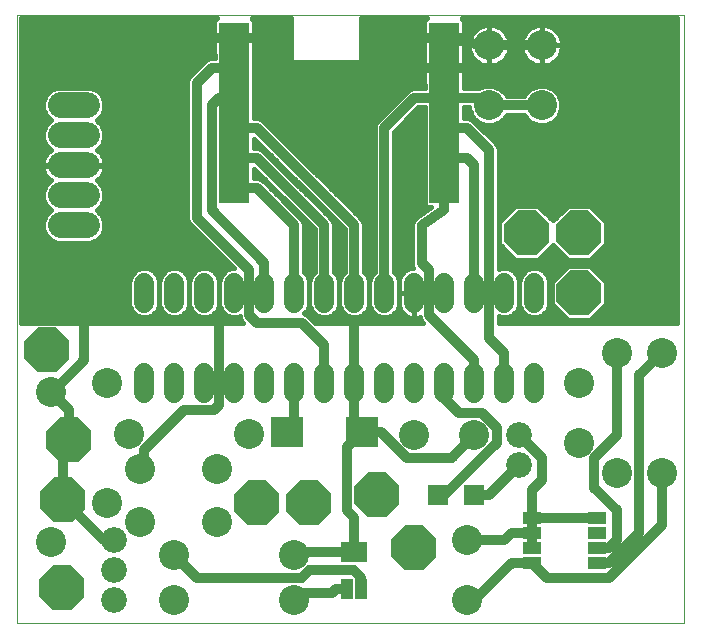
<source format=gbl>
G75*
G71*
%OFA0B0*%
%FSLAX33Y33*%
%IPPOS*%
%LPD*%
%AMOC8*
5,1,8,0,0,1.08239X$1,22.5*
%
%ADD10C, 0.000*%
%ADD11C, 2.540*%
%ADD12R, 2.794X 2.500*%
%ADD13C, 2.184*%
%ADD14R, 1.778X 1.778*%
%ADD15C, 1.676*%
%ADD16C, 2.184*%
%ADD17R, 2.515X 2.515*%
%ADD18R, 1.016X 1.778*%
%ADD19R, 2.286X 1.778*%
%ADD20R, 1.500X 1.016*%
%ADD21OC8, 3.810*%
%ADD22C, 0.406*%
%ADD23C, 0.813*%
D10*
X002540Y002540D02*
X059055Y002540D01*
X059055Y053975D01*
X002540Y053975D01*
X002540Y002540D01*
D11*
X005461Y009398D03*
X010160Y012700D03*
X013005Y011074D03*
X015875Y008255D03*
X015875Y004445D03*
X019507Y011074D03*
X019507Y015596D03*
X022225Y018542D03*
X013005Y015596D03*
X012065Y018542D03*
X010160Y022860D03*
X005461Y022098D03*
X026035Y008255D03*
X026035Y004445D03*
X036195Y018415D03*
X041275Y018415D03*
X040640Y009525D03*
X040640Y004445D03*
X050165Y017780D03*
X053340Y015240D03*
X057150Y015240D03*
X050165Y022860D03*
X053340Y025400D03*
X057150Y025400D03*
X046990Y046355D03*
X042545Y046355D03*
X042545Y051435D03*
X046990Y051435D03*
D12*
X031735Y018669D03*
X025415Y018669D03*
D13*
X008458Y036195D02*
X006274Y036195D01*
X006274Y038735D02*
X008458Y038735D01*
X008458Y041275D02*
X006274Y041275D01*
X006274Y043815D02*
X008458Y043815D01*
X008458Y046355D02*
X006274Y046355D01*
D14*
X038251Y013335D03*
X041251Y013335D03*
D15*
X041275Y022022D02*
X041275Y023698D01*
X038735Y023698D02*
X038735Y022022D01*
X036195Y022022D02*
X036195Y023698D01*
X033655Y023698D02*
X033655Y022022D01*
X031115Y022022D02*
X031115Y023698D01*
X028575Y023698D02*
X028575Y022022D01*
X026035Y022022D02*
X026035Y023698D01*
X023495Y023698D02*
X023495Y022022D01*
X020955Y022022D02*
X020955Y023698D01*
X018415Y023698D02*
X018415Y022022D01*
X015875Y022022D02*
X015875Y023698D01*
X013335Y023698D02*
X013335Y022022D01*
X013335Y029642D02*
X013335Y031318D01*
X015875Y031318D02*
X015875Y029642D01*
X018415Y029642D02*
X018415Y031318D01*
X020955Y031318D02*
X020955Y029642D01*
X023495Y029642D02*
X023495Y031318D01*
X026035Y031318D02*
X026035Y029642D01*
X028575Y029642D02*
X028575Y031318D01*
X031115Y031318D02*
X031115Y029642D01*
X033655Y029642D02*
X033655Y031318D01*
X036195Y031318D02*
X036195Y029642D01*
X038735Y029642D02*
X038735Y031318D01*
X041275Y031318D02*
X041275Y029642D01*
X043815Y029642D02*
X043815Y031318D01*
X046355Y031318D02*
X046355Y029642D01*
X046355Y023698D02*
X046355Y022022D01*
X043815Y022022D02*
X043815Y023698D01*
D16*
X045085Y018415D03*
X045085Y015875D03*
X010795Y009525D03*
X010795Y006985D03*
X010795Y004445D03*
D17*
X020955Y039370D03*
X020955Y041910D03*
X020955Y044450D03*
X020955Y046990D03*
X020955Y049530D03*
X020955Y052070D03*
X038735Y052070D03*
X038735Y049530D03*
X038735Y046990D03*
X038735Y044450D03*
X038735Y041910D03*
X038735Y039370D03*
D18*
X031725Y005436D03*
X030480Y005436D03*
D19*
X031115Y008534D03*
D20*
X046145Y008890D03*
X046145Y010160D03*
X046145Y011430D03*
X046145Y007620D03*
X051645Y007620D03*
X051645Y008890D03*
X051645Y010160D03*
X051645Y011430D03*
D21*
X036195Y008890D03*
X033020Y013335D03*
X027305Y012700D03*
X022860Y012700D03*
X006477Y012954D03*
X006985Y018034D03*
X005080Y025654D03*
X006350Y005461D03*
X045720Y035560D03*
X050165Y035560D03*
X050165Y030480D03*
D22*
X051927Y031987D02*
X058420Y031987D01*
X058420Y031582D02*
X052332Y031582D01*
X052476Y031437D02*
X051122Y032791D01*
X049208Y032791D01*
X047854Y031437D01*
X047854Y029523D01*
X049208Y028169D01*
X051122Y028169D01*
X052476Y029523D01*
X052476Y031437D01*
X052476Y031177D02*
X058420Y031177D01*
X058420Y030772D02*
X052476Y030772D01*
X052476Y030367D02*
X058420Y030367D01*
X058420Y029963D02*
X052476Y029963D01*
X052476Y029558D02*
X058420Y029558D01*
X058420Y029153D02*
X052107Y029153D01*
X051702Y028748D02*
X058420Y028748D01*
X058420Y028343D02*
X051297Y028343D01*
X049033Y028343D02*
X043358Y028343D01*
X043358Y028484D02*
X043358Y027940D01*
X058420Y027940D01*
X058420Y053721D01*
X040225Y053721D01*
X040273Y053693D01*
X040358Y053608D01*
X040418Y053504D01*
X040449Y053387D01*
X040449Y052273D01*
X038938Y052273D01*
X038938Y051867D01*
X038938Y051244D01*
X038938Y049733D01*
X038532Y049733D01*
X038532Y051867D01*
X038938Y051867D01*
X040449Y051867D01*
X040449Y049733D01*
X038938Y049733D01*
X038938Y049327D01*
X040449Y049327D01*
X040449Y048213D01*
X040418Y048096D01*
X040399Y048062D01*
X040399Y047803D01*
X041660Y047803D01*
X042212Y048031D01*
X042878Y048031D01*
X043495Y047776D01*
X043966Y047305D01*
X044023Y047168D01*
X045512Y047168D01*
X045569Y047305D01*
X046040Y047776D01*
X046657Y048031D01*
X047323Y048031D01*
X047940Y047776D01*
X048411Y047305D01*
X048666Y046688D01*
X048666Y046022D01*
X048411Y045405D01*
X047940Y044934D01*
X047323Y044679D01*
X046657Y044679D01*
X046040Y044934D01*
X045569Y045405D01*
X045512Y045542D01*
X044023Y045542D01*
X043966Y045405D01*
X043495Y044934D01*
X042878Y044679D01*
X042212Y044679D01*
X041595Y044934D01*
X041124Y045405D01*
X040869Y046022D01*
X040869Y046177D01*
X040399Y046177D01*
X040399Y045263D01*
X040802Y045263D01*
X041100Y045139D01*
X043005Y043234D01*
X043005Y043234D01*
X043234Y043005D01*
X043358Y042707D01*
X043358Y032476D01*
X043567Y032563D01*
X044063Y032563D01*
X044520Y032373D01*
X044870Y032023D01*
X045060Y031566D01*
X045060Y029394D01*
X044870Y028937D01*
X044520Y028587D01*
X044063Y028397D01*
X043567Y028397D01*
X043358Y028484D01*
X044681Y028748D02*
X045489Y028748D01*
X045650Y028587D02*
X045300Y028937D01*
X045110Y029394D01*
X045110Y031566D01*
X045300Y032023D01*
X045650Y032373D01*
X046107Y032563D01*
X046603Y032563D01*
X047060Y032373D01*
X047410Y032023D01*
X047600Y031566D01*
X047600Y029394D01*
X047410Y028937D01*
X047060Y028587D01*
X046603Y028397D01*
X046107Y028397D01*
X045650Y028587D01*
X045210Y029153D02*
X044960Y029153D01*
X045060Y029558D02*
X045110Y029558D01*
X045110Y029963D02*
X045060Y029963D01*
X045060Y030367D02*
X045110Y030367D01*
X045110Y030772D02*
X045060Y030772D01*
X045060Y031177D02*
X045110Y031177D01*
X045117Y031582D02*
X045053Y031582D01*
X044885Y031987D02*
X045285Y031987D01*
X045695Y032392D02*
X044475Y032392D01*
X044763Y033249D02*
X046677Y033249D01*
X047942Y034514D01*
X049208Y033249D01*
X051122Y033249D01*
X052476Y034603D01*
X052476Y036517D01*
X051122Y037871D01*
X049208Y037871D01*
X047942Y036606D01*
X046677Y037871D01*
X044763Y037871D01*
X043409Y036517D01*
X043409Y034603D01*
X044763Y033249D01*
X044404Y033607D02*
X043358Y033607D01*
X043358Y034012D02*
X044000Y034012D01*
X043595Y034417D02*
X043358Y034417D01*
X043358Y034821D02*
X043409Y034821D01*
X043409Y035226D02*
X043358Y035226D01*
X043358Y035631D02*
X043409Y035631D01*
X043409Y036036D02*
X043358Y036036D01*
X043358Y036441D02*
X043409Y036441D01*
X043358Y036846D02*
X043737Y036846D01*
X043358Y037251D02*
X044142Y037251D01*
X044547Y037656D02*
X043358Y037656D01*
X043358Y038061D02*
X058420Y038061D01*
X058420Y038466D02*
X043358Y038466D01*
X043358Y038870D02*
X058420Y038870D01*
X058420Y039275D02*
X043358Y039275D01*
X043358Y039680D02*
X058420Y039680D01*
X058420Y040085D02*
X043358Y040085D01*
X043358Y040490D02*
X058420Y040490D01*
X058420Y040895D02*
X043358Y040895D01*
X043358Y041300D02*
X058420Y041300D01*
X058420Y041705D02*
X043358Y041705D01*
X043358Y042110D02*
X058420Y042110D01*
X058420Y042515D02*
X043358Y042515D01*
X043270Y042919D02*
X058420Y042919D01*
X058420Y043324D02*
X042915Y043324D01*
X042510Y043729D02*
X058420Y043729D01*
X058420Y044134D02*
X042105Y044134D01*
X041700Y044539D02*
X058420Y044539D01*
X058420Y044944D02*
X047950Y044944D01*
X048355Y045349D02*
X058420Y045349D01*
X058420Y045754D02*
X048555Y045754D01*
X048666Y046159D02*
X058420Y046159D01*
X058420Y046563D02*
X048666Y046563D01*
X048550Y046968D02*
X058420Y046968D01*
X058420Y047373D02*
X048342Y047373D01*
X047935Y047778D02*
X058420Y047778D01*
X058420Y048183D02*
X040442Y048183D01*
X040449Y048588D02*
X058420Y048588D01*
X058420Y048993D02*
X040449Y048993D01*
X040449Y049803D02*
X041972Y049803D01*
X041989Y049796D02*
X042207Y049737D01*
X042432Y049708D01*
X042545Y049708D01*
X042658Y049708D01*
X042883Y049737D01*
X043101Y049796D01*
X043311Y049883D01*
X043507Y049996D01*
X043686Y050134D01*
X043846Y050294D01*
X043984Y050473D01*
X044097Y050669D01*
X044184Y050879D01*
X044243Y051097D01*
X044272Y051322D01*
X044272Y051435D01*
X044272Y051548D01*
X044243Y051773D01*
X044184Y051991D01*
X044097Y052201D01*
X043984Y052397D01*
X043846Y052576D01*
X043686Y052736D01*
X043507Y052874D01*
X043311Y052987D01*
X043101Y053074D01*
X042883Y053133D01*
X042658Y053162D01*
X042545Y053162D01*
X042432Y053162D01*
X042207Y053133D01*
X041989Y053074D01*
X041779Y052987D01*
X041583Y052874D01*
X041404Y052736D01*
X041244Y052576D01*
X041106Y052397D01*
X040993Y052201D01*
X040906Y051991D01*
X040847Y051773D01*
X040818Y051548D01*
X040818Y051435D01*
X040818Y051322D01*
X040847Y051097D01*
X040906Y050879D01*
X040993Y050669D01*
X041106Y050473D01*
X041244Y050294D01*
X041404Y050134D01*
X041583Y049996D01*
X041779Y049883D01*
X041989Y049796D01*
X042545Y049803D02*
X042545Y049803D01*
X042545Y049708D02*
X042545Y051435D01*
X042545Y051435D01*
X042545Y053162D01*
X042545Y051435D01*
X044272Y051435D01*
X042545Y051435D01*
X042545Y051435D01*
X042545Y051435D01*
X040818Y051435D01*
X042545Y051435D01*
X042545Y051435D01*
X042545Y049708D01*
X042545Y050208D02*
X042545Y050208D01*
X042545Y050612D02*
X042545Y050612D01*
X042545Y051017D02*
X042545Y051017D01*
X042545Y051422D02*
X042545Y051422D01*
X042545Y051827D02*
X042545Y051827D01*
X042545Y052232D02*
X042545Y052232D01*
X042545Y052637D02*
X042545Y052637D01*
X042545Y053042D02*
X042545Y053042D01*
X041911Y053042D02*
X040449Y053042D01*
X040449Y052637D02*
X041304Y052637D01*
X041011Y052232D02*
X038938Y052232D01*
X038938Y051827D02*
X038532Y051827D01*
X038532Y051867D02*
X037021Y051867D01*
X037021Y049733D01*
X038532Y049733D01*
X038532Y049327D01*
X037021Y049327D01*
X037021Y048213D01*
X037052Y048096D01*
X037071Y048062D01*
X037071Y047803D01*
X036033Y047803D01*
X035735Y047679D01*
X033195Y045139D01*
X032966Y044910D01*
X032842Y044612D01*
X032842Y032266D01*
X032600Y032023D01*
X032410Y031566D01*
X032410Y029394D01*
X032600Y028937D01*
X032950Y028587D01*
X033407Y028397D01*
X033903Y028397D01*
X034360Y028587D01*
X034710Y028937D01*
X034900Y029394D01*
X034900Y031566D01*
X034710Y032023D01*
X034468Y032266D01*
X034468Y044113D01*
X036532Y046177D01*
X037071Y046177D01*
X037071Y037944D01*
X037309Y037706D01*
X037632Y037706D01*
X036445Y036915D01*
X036370Y036884D01*
X036312Y036827D01*
X036245Y036782D01*
X036199Y036713D01*
X036141Y036655D01*
X036110Y036580D01*
X036065Y036513D01*
X036049Y036432D01*
X036017Y036357D01*
X036017Y036275D01*
X036001Y036196D01*
X036017Y036115D01*
X036017Y032858D01*
X036119Y032614D01*
X036093Y032614D01*
X035892Y032582D01*
X035698Y032519D01*
X035516Y032426D01*
X035351Y032306D01*
X035207Y032162D01*
X035087Y031997D01*
X034995Y031815D01*
X034931Y031622D01*
X034900Y031420D01*
X034900Y030480D01*
X034900Y029540D01*
X034931Y029338D01*
X034995Y029145D01*
X035087Y028963D01*
X035207Y028798D01*
X035351Y028654D01*
X035516Y028534D01*
X035698Y028441D01*
X035892Y028378D01*
X036093Y028346D01*
X036195Y028346D01*
X036195Y030480D01*
X036195Y028346D01*
X036297Y028346D01*
X036498Y028378D01*
X036652Y028428D01*
X036652Y028413D01*
X036776Y028115D01*
X036951Y027940D01*
X027819Y027940D01*
X027130Y028629D01*
X026884Y028731D01*
X027090Y028937D01*
X027280Y029394D01*
X027280Y031566D01*
X027090Y032023D01*
X026848Y032266D01*
X026848Y036357D01*
X026724Y036655D01*
X023549Y039830D01*
X023320Y040059D01*
X023022Y040183D01*
X022619Y040183D01*
X022619Y041002D01*
X027762Y035858D01*
X027762Y032266D01*
X027520Y032023D01*
X027330Y031566D01*
X027330Y029394D01*
X027520Y028937D01*
X027870Y028587D01*
X028327Y028397D01*
X028823Y028397D01*
X029280Y028587D01*
X029630Y028937D01*
X029820Y029394D01*
X029820Y031566D01*
X029630Y032023D01*
X029388Y032266D01*
X029388Y036357D01*
X029264Y036655D01*
X029035Y036884D01*
X023320Y042599D01*
X023022Y042723D01*
X022619Y042723D01*
X022619Y043542D01*
X030302Y035858D01*
X030302Y032266D01*
X030060Y032023D01*
X029870Y031566D01*
X029870Y029394D01*
X030060Y028937D01*
X030410Y028587D01*
X030867Y028397D01*
X031363Y028397D01*
X031820Y028587D01*
X032170Y028937D01*
X032360Y029394D01*
X032360Y031566D01*
X032170Y032023D01*
X031928Y032266D01*
X031928Y036357D01*
X031804Y036655D01*
X031575Y036884D01*
X023320Y045139D01*
X023022Y045263D01*
X022619Y045263D01*
X022619Y050602D01*
X022638Y050636D01*
X022669Y050753D01*
X022669Y051867D01*
X021158Y051867D01*
X021158Y052273D01*
X022669Y052273D01*
X022669Y053387D01*
X022638Y053504D01*
X022578Y053608D01*
X022493Y053693D01*
X022445Y053721D01*
X025743Y053721D01*
X025743Y050171D01*
X025914Y050000D01*
X031490Y050000D01*
X031661Y050171D01*
X031661Y053721D01*
X037245Y053721D01*
X037197Y053693D01*
X037112Y053608D01*
X037052Y053504D01*
X037021Y053387D01*
X037021Y052273D01*
X038532Y052273D01*
X038532Y051867D01*
X038532Y052232D02*
X031661Y052232D01*
X031661Y051827D02*
X037021Y051827D01*
X037021Y051422D02*
X031661Y051422D01*
X031661Y051017D02*
X037021Y051017D01*
X037021Y050612D02*
X031661Y050612D01*
X031661Y050208D02*
X037021Y050208D01*
X037021Y049803D02*
X022619Y049803D01*
X022619Y050208D02*
X025743Y050208D01*
X025743Y050612D02*
X022625Y050612D01*
X022669Y051017D02*
X025743Y051017D01*
X025743Y051422D02*
X022669Y051422D01*
X022669Y051827D02*
X025743Y051827D01*
X025743Y052232D02*
X021158Y052232D01*
X020752Y052232D02*
X002921Y052232D01*
X002921Y051827D02*
X019241Y051827D01*
X019241Y051867D02*
X019241Y050753D01*
X019272Y050636D01*
X019291Y050602D01*
X019291Y050343D01*
X018888Y050343D01*
X018590Y050219D01*
X017320Y048949D01*
X017091Y048720D01*
X016967Y048422D01*
X016967Y036668D01*
X017091Y036370D01*
X020898Y032563D01*
X020707Y032563D01*
X020250Y032373D01*
X019900Y032023D01*
X019710Y031566D01*
X019710Y029394D01*
X019900Y028937D01*
X020250Y028587D01*
X020707Y028397D01*
X021203Y028397D01*
X021412Y028484D01*
X021412Y028413D01*
X021536Y028115D01*
X021711Y027940D01*
X006063Y027940D01*
X006037Y027965D01*
X004123Y027965D01*
X004097Y027940D01*
X002921Y027940D01*
X002921Y053721D01*
X019465Y053721D01*
X019417Y053693D01*
X019332Y053608D01*
X019272Y053504D01*
X019241Y053387D01*
X019241Y052273D01*
X020752Y052273D01*
X020752Y051867D01*
X019241Y051867D01*
X019241Y051422D02*
X002921Y051422D01*
X002921Y051017D02*
X019241Y051017D01*
X019285Y050612D02*
X002921Y050612D01*
X002921Y050208D02*
X018578Y050208D01*
X018173Y049803D02*
X002921Y049803D01*
X002921Y049398D02*
X017768Y049398D01*
X017363Y048993D02*
X002921Y048993D01*
X002921Y048588D02*
X017036Y048588D01*
X016967Y048183D02*
X002921Y048183D01*
X002921Y047778D02*
X005794Y047778D01*
X005976Y047854D02*
X005425Y047625D01*
X005003Y047204D01*
X004775Y046653D01*
X004775Y046057D01*
X005003Y045506D01*
X005424Y045085D01*
X005003Y044664D01*
X004775Y044113D01*
X004775Y043517D01*
X005003Y042966D01*
X005408Y042561D01*
X005264Y042457D01*
X005092Y042284D01*
X004949Y042087D01*
X004838Y041870D01*
X004763Y041638D01*
X004724Y041397D01*
X004724Y041326D01*
X007315Y041326D01*
X007315Y041224D01*
X004724Y041224D01*
X004724Y041153D01*
X004763Y040912D01*
X004838Y040680D01*
X004949Y040463D01*
X005092Y040266D01*
X005264Y040093D01*
X005408Y039989D01*
X005003Y039584D01*
X004775Y039033D01*
X004775Y038437D01*
X005003Y037886D01*
X005424Y037465D01*
X005003Y037044D01*
X004775Y036493D01*
X004775Y035897D01*
X005003Y035346D01*
X005425Y034925D01*
X005976Y034696D01*
X008756Y034696D01*
X009307Y034925D01*
X009729Y035346D01*
X009957Y035897D01*
X009957Y036493D01*
X009729Y037044D01*
X009308Y037465D01*
X009729Y037886D01*
X009957Y038437D01*
X009957Y039033D01*
X009729Y039584D01*
X009324Y039989D01*
X009468Y040093D01*
X009640Y040266D01*
X009783Y040463D01*
X009894Y040680D01*
X009969Y040912D01*
X010008Y041153D01*
X010008Y041224D01*
X007417Y041224D01*
X007417Y041326D01*
X010008Y041326D01*
X010008Y041397D01*
X009969Y041638D01*
X009894Y041870D01*
X009783Y042087D01*
X009640Y042284D01*
X009468Y042457D01*
X009324Y042561D01*
X009729Y042966D01*
X009957Y043517D01*
X009957Y044113D01*
X009729Y044664D01*
X009308Y045085D01*
X009729Y045506D01*
X009957Y046057D01*
X009957Y046653D01*
X009729Y047204D01*
X009307Y047625D01*
X008756Y047854D01*
X005976Y047854D01*
X005173Y047373D02*
X002921Y047373D01*
X002921Y046968D02*
X004906Y046968D01*
X004775Y046563D02*
X002921Y046563D01*
X002921Y046159D02*
X004775Y046159D01*
X004901Y045754D02*
X002921Y045754D01*
X002921Y045349D02*
X005161Y045349D01*
X005283Y044944D02*
X002921Y044944D01*
X002921Y044539D02*
X004952Y044539D01*
X004784Y044134D02*
X002921Y044134D01*
X002921Y043729D02*
X004775Y043729D01*
X004855Y043324D02*
X002921Y043324D01*
X002921Y042919D02*
X005050Y042919D01*
X005344Y042515D02*
X002921Y042515D01*
X002921Y042110D02*
X004965Y042110D01*
X004784Y041705D02*
X002921Y041705D01*
X002921Y041300D02*
X007315Y041300D01*
X007417Y041300D02*
X016967Y041300D01*
X016967Y041705D02*
X009948Y041705D01*
X009767Y042110D02*
X016967Y042110D01*
X016967Y042515D02*
X009388Y042515D01*
X009682Y042919D02*
X016967Y042919D01*
X016967Y043324D02*
X009877Y043324D01*
X009957Y043729D02*
X016967Y043729D01*
X016967Y044134D02*
X009948Y044134D01*
X009780Y044539D02*
X016967Y044539D01*
X016967Y044944D02*
X009449Y044944D01*
X009571Y045349D02*
X016967Y045349D01*
X016967Y045754D02*
X009831Y045754D01*
X009957Y046159D02*
X016967Y046159D01*
X016967Y046563D02*
X009957Y046563D01*
X009826Y046968D02*
X016967Y046968D01*
X016967Y047373D02*
X009559Y047373D01*
X008938Y047778D02*
X016967Y047778D01*
X019241Y052637D02*
X002921Y052637D01*
X002921Y053042D02*
X019241Y053042D01*
X019256Y053447D02*
X002921Y053447D01*
X002921Y040895D02*
X004768Y040895D01*
X004935Y040490D02*
X002921Y040490D01*
X002921Y040085D02*
X005276Y040085D01*
X005100Y039680D02*
X002921Y039680D01*
X002921Y039275D02*
X004876Y039275D01*
X004775Y038870D02*
X002921Y038870D01*
X002921Y038466D02*
X004775Y038466D01*
X004931Y038061D02*
X002921Y038061D01*
X002921Y037656D02*
X005234Y037656D01*
X005210Y037251D02*
X002921Y037251D01*
X002921Y036846D02*
X004921Y036846D01*
X004775Y036441D02*
X002921Y036441D01*
X002921Y036036D02*
X004775Y036036D01*
X004885Y035631D02*
X002921Y035631D01*
X002921Y035226D02*
X005123Y035226D01*
X005674Y034821D02*
X002921Y034821D01*
X002921Y034417D02*
X019044Y034417D01*
X018639Y034821D02*
X009058Y034821D01*
X009609Y035226D02*
X018234Y035226D01*
X017829Y035631D02*
X009847Y035631D01*
X009957Y036036D02*
X017424Y036036D01*
X017061Y036441D02*
X009957Y036441D01*
X009811Y036846D02*
X016967Y036846D01*
X016967Y037251D02*
X009522Y037251D01*
X009498Y037656D02*
X016967Y037656D01*
X016967Y038061D02*
X009801Y038061D01*
X009957Y038466D02*
X016967Y038466D01*
X016967Y038870D02*
X009957Y038870D01*
X009856Y039275D02*
X016967Y039275D01*
X016967Y039680D02*
X009632Y039680D01*
X009456Y040085D02*
X016967Y040085D01*
X016967Y040490D02*
X009797Y040490D01*
X009964Y040895D02*
X016967Y040895D01*
X022619Y040895D02*
X022726Y040895D01*
X022619Y040490D02*
X023131Y040490D01*
X023258Y040085D02*
X023535Y040085D01*
X023699Y039680D02*
X023940Y039680D01*
X024104Y039275D02*
X024345Y039275D01*
X024509Y038870D02*
X024750Y038870D01*
X024914Y038466D02*
X025155Y038466D01*
X025319Y038061D02*
X025560Y038061D01*
X025724Y037656D02*
X025965Y037656D01*
X026129Y037251D02*
X026370Y037251D01*
X026534Y036846D02*
X026775Y036846D01*
X026813Y036441D02*
X027180Y036441D01*
X026848Y036036D02*
X027584Y036036D01*
X027762Y035631D02*
X026848Y035631D01*
X026848Y035226D02*
X027762Y035226D01*
X027762Y034821D02*
X026848Y034821D01*
X026848Y034417D02*
X027762Y034417D01*
X027762Y034012D02*
X026848Y034012D01*
X026848Y033607D02*
X027762Y033607D01*
X027762Y033202D02*
X026848Y033202D01*
X026848Y032797D02*
X027762Y032797D01*
X027762Y032392D02*
X026848Y032392D01*
X027105Y031987D02*
X027505Y031987D01*
X027337Y031582D02*
X027273Y031582D01*
X027280Y031177D02*
X027330Y031177D01*
X027330Y030772D02*
X027280Y030772D01*
X027280Y030367D02*
X027330Y030367D01*
X027330Y029963D02*
X027280Y029963D01*
X027280Y029558D02*
X027330Y029558D01*
X027430Y029153D02*
X027180Y029153D01*
X026901Y028748D02*
X027709Y028748D01*
X027416Y028343D02*
X036681Y028343D01*
X036195Y028748D02*
X036195Y028748D01*
X036195Y029153D02*
X036195Y029153D01*
X036195Y029558D02*
X036195Y029558D01*
X036195Y029963D02*
X036195Y029963D01*
X036195Y030367D02*
X036195Y030367D01*
X036195Y030480D02*
X036195Y030480D01*
X036195Y030480D01*
X034900Y030480D01*
X036195Y030480D01*
X034900Y030367D02*
X034900Y030367D01*
X034900Y029963D02*
X034900Y029963D01*
X034900Y029558D02*
X034900Y029558D01*
X034992Y029153D02*
X034800Y029153D01*
X034521Y028748D02*
X035257Y028748D01*
X034900Y030772D02*
X034900Y030772D01*
X034900Y031177D02*
X034900Y031177D01*
X034893Y031582D02*
X034925Y031582D01*
X035082Y031987D02*
X034725Y031987D01*
X034468Y032392D02*
X035469Y032392D01*
X036043Y032797D02*
X034468Y032797D01*
X034468Y033202D02*
X036017Y033202D01*
X036017Y033607D02*
X034468Y033607D01*
X034468Y034012D02*
X036017Y034012D01*
X036017Y034417D02*
X034468Y034417D01*
X034468Y034821D02*
X036017Y034821D01*
X036017Y035226D02*
X034468Y035226D01*
X034468Y035631D02*
X036017Y035631D01*
X036017Y036036D02*
X034468Y036036D01*
X034468Y036441D02*
X036050Y036441D01*
X036331Y036846D02*
X034468Y036846D01*
X034468Y037251D02*
X036948Y037251D01*
X037556Y037656D02*
X034468Y037656D01*
X034468Y038061D02*
X037071Y038061D01*
X037071Y038466D02*
X034468Y038466D01*
X034468Y038870D02*
X037071Y038870D01*
X037071Y039275D02*
X034468Y039275D01*
X034468Y039680D02*
X037071Y039680D01*
X037071Y040085D02*
X034468Y040085D01*
X034468Y040490D02*
X037071Y040490D01*
X037071Y040895D02*
X034468Y040895D01*
X034468Y041300D02*
X037071Y041300D01*
X037071Y041705D02*
X034468Y041705D01*
X034468Y042110D02*
X037071Y042110D01*
X037071Y042515D02*
X034468Y042515D01*
X034468Y042919D02*
X037071Y042919D01*
X037071Y043324D02*
X034468Y043324D01*
X034468Y043729D02*
X037071Y043729D01*
X037071Y044134D02*
X034489Y044134D01*
X034893Y044539D02*
X037071Y044539D01*
X037071Y044944D02*
X035298Y044944D01*
X035703Y045349D02*
X037071Y045349D01*
X037071Y045754D02*
X036108Y045754D01*
X036513Y046159D02*
X037071Y046159D01*
X035974Y047778D02*
X022619Y047778D01*
X022619Y047373D02*
X035429Y047373D01*
X035024Y046968D02*
X022619Y046968D01*
X022619Y046563D02*
X034619Y046563D01*
X034214Y046159D02*
X022619Y046159D01*
X022619Y045754D02*
X033809Y045754D01*
X033404Y045349D02*
X022619Y045349D01*
X023516Y044944D02*
X032999Y044944D01*
X032842Y044539D02*
X023920Y044539D01*
X024325Y044134D02*
X032842Y044134D01*
X032842Y043729D02*
X024730Y043729D01*
X025135Y043324D02*
X032842Y043324D01*
X032842Y042919D02*
X025540Y042919D01*
X025945Y042515D02*
X032842Y042515D01*
X032842Y042110D02*
X026350Y042110D01*
X026755Y041705D02*
X032842Y041705D01*
X032842Y041300D02*
X027160Y041300D01*
X027565Y040895D02*
X032842Y040895D01*
X032842Y040490D02*
X027969Y040490D01*
X028374Y040085D02*
X032842Y040085D01*
X032842Y039680D02*
X028779Y039680D01*
X029184Y039275D02*
X032842Y039275D01*
X032842Y038870D02*
X029589Y038870D01*
X029994Y038466D02*
X032842Y038466D01*
X032842Y038061D02*
X030399Y038061D01*
X030804Y037656D02*
X032842Y037656D01*
X032842Y037251D02*
X031209Y037251D01*
X031614Y036846D02*
X032842Y036846D01*
X032842Y036441D02*
X031893Y036441D01*
X031928Y036036D02*
X032842Y036036D01*
X032842Y035631D02*
X031928Y035631D01*
X031928Y035226D02*
X032842Y035226D01*
X032842Y034821D02*
X031928Y034821D01*
X031928Y034417D02*
X032842Y034417D01*
X032842Y034012D02*
X031928Y034012D01*
X031928Y033607D02*
X032842Y033607D01*
X032842Y033202D02*
X031928Y033202D01*
X031928Y032797D02*
X032842Y032797D01*
X032842Y032392D02*
X031928Y032392D01*
X032185Y031987D02*
X032585Y031987D01*
X032417Y031582D02*
X032353Y031582D01*
X032360Y031177D02*
X032410Y031177D01*
X032410Y030772D02*
X032360Y030772D01*
X032360Y030367D02*
X032410Y030367D01*
X032410Y029963D02*
X032360Y029963D01*
X032360Y029558D02*
X032410Y029558D01*
X032510Y029153D02*
X032260Y029153D01*
X031981Y028748D02*
X032789Y028748D01*
X030249Y028748D02*
X029441Y028748D01*
X029720Y029153D02*
X029970Y029153D01*
X029870Y029558D02*
X029820Y029558D01*
X029820Y029963D02*
X029870Y029963D01*
X029870Y030367D02*
X029820Y030367D01*
X029820Y030772D02*
X029870Y030772D01*
X029870Y031177D02*
X029820Y031177D01*
X029813Y031582D02*
X029877Y031582D01*
X030045Y031987D02*
X029645Y031987D01*
X029388Y032392D02*
X030302Y032392D01*
X030302Y032797D02*
X029388Y032797D01*
X029388Y033202D02*
X030302Y033202D01*
X030302Y033607D02*
X029388Y033607D01*
X029388Y034012D02*
X030302Y034012D01*
X030302Y034417D02*
X029388Y034417D01*
X029388Y034821D02*
X030302Y034821D01*
X030302Y035226D02*
X029388Y035226D01*
X029388Y035631D02*
X030302Y035631D01*
X030124Y036036D02*
X029388Y036036D01*
X029353Y036441D02*
X029720Y036441D01*
X029315Y036846D02*
X029074Y036846D01*
X028910Y037251D02*
X028669Y037251D01*
X028505Y037656D02*
X028264Y037656D01*
X028100Y038061D02*
X027859Y038061D01*
X027695Y038466D02*
X027454Y038466D01*
X027290Y038870D02*
X027049Y038870D01*
X026885Y039275D02*
X026644Y039275D01*
X026480Y039680D02*
X026239Y039680D01*
X026075Y040085D02*
X025834Y040085D01*
X025671Y040490D02*
X025429Y040490D01*
X025266Y040895D02*
X025025Y040895D01*
X024861Y041300D02*
X024620Y041300D01*
X024456Y041705D02*
X024215Y041705D01*
X024051Y042110D02*
X023810Y042110D01*
X023646Y042515D02*
X023405Y042515D01*
X023241Y042919D02*
X022619Y042919D01*
X022619Y043324D02*
X022836Y043324D01*
X022619Y048183D02*
X037028Y048183D01*
X037021Y048588D02*
X022619Y048588D01*
X022619Y048993D02*
X037021Y048993D01*
X038532Y049398D02*
X022619Y049398D01*
X022669Y052637D02*
X025743Y052637D01*
X025743Y053042D02*
X022669Y053042D01*
X022654Y053447D02*
X025743Y053447D01*
X031661Y053447D02*
X037036Y053447D01*
X037021Y053042D02*
X031661Y053042D01*
X031661Y052637D02*
X037021Y052637D01*
X038532Y051422D02*
X038938Y051422D01*
X038938Y051017D02*
X038532Y051017D01*
X038532Y050612D02*
X038938Y050612D01*
X038938Y050208D02*
X038532Y050208D01*
X038532Y049803D02*
X038938Y049803D01*
X038938Y049398D02*
X058420Y049398D01*
X058420Y049803D02*
X047563Y049803D01*
X047546Y049796D02*
X047756Y049883D01*
X047952Y049996D01*
X048131Y050134D01*
X048291Y050294D01*
X048429Y050473D01*
X048542Y050669D01*
X048629Y050879D01*
X048688Y051097D01*
X048717Y051322D01*
X048717Y051435D01*
X048717Y051548D01*
X048688Y051773D01*
X048629Y051991D01*
X048542Y052201D01*
X048429Y052397D01*
X048291Y052576D01*
X048131Y052736D01*
X047952Y052874D01*
X047756Y052987D01*
X047546Y053074D01*
X047328Y053133D01*
X047103Y053162D01*
X046990Y053162D01*
X046877Y053162D01*
X046652Y053133D01*
X046434Y053074D01*
X046224Y052987D01*
X046028Y052874D01*
X045849Y052736D01*
X045689Y052576D01*
X045551Y052397D01*
X045438Y052201D01*
X045351Y051991D01*
X045292Y051773D01*
X045263Y051548D01*
X045263Y051435D01*
X045263Y051322D01*
X045292Y051097D01*
X045351Y050879D01*
X045438Y050669D01*
X045551Y050473D01*
X045689Y050294D01*
X045849Y050134D01*
X046028Y049996D01*
X046224Y049883D01*
X046434Y049796D01*
X046652Y049737D01*
X046877Y049708D01*
X046990Y049708D01*
X047103Y049708D01*
X047328Y049737D01*
X047546Y049796D01*
X046990Y049803D02*
X046990Y049803D01*
X046990Y049708D02*
X046990Y051435D01*
X046990Y051435D01*
X046990Y053162D01*
X046990Y051435D01*
X048717Y051435D01*
X046990Y051435D01*
X046990Y051435D01*
X046990Y051435D01*
X045263Y051435D01*
X046990Y051435D01*
X046990Y051435D01*
X046990Y049708D01*
X046990Y050208D02*
X046990Y050208D01*
X046990Y050612D02*
X046990Y050612D01*
X046990Y051017D02*
X046990Y051017D01*
X046990Y051422D02*
X046990Y051422D01*
X046990Y051827D02*
X046990Y051827D01*
X046990Y052232D02*
X046990Y052232D01*
X046990Y052637D02*
X046990Y052637D01*
X046990Y053042D02*
X046990Y053042D01*
X046356Y053042D02*
X043179Y053042D01*
X043786Y052637D02*
X045749Y052637D01*
X045456Y052232D02*
X044079Y052232D01*
X044228Y051827D02*
X045307Y051827D01*
X045263Y051422D02*
X044272Y051422D01*
X044221Y051017D02*
X045314Y051017D01*
X045470Y050612D02*
X044065Y050612D01*
X043760Y050208D02*
X045775Y050208D01*
X046417Y049803D02*
X043118Y049803D01*
X041330Y050208D02*
X040449Y050208D01*
X040449Y050612D02*
X041025Y050612D01*
X040869Y051017D02*
X040449Y051017D01*
X040449Y051422D02*
X040818Y051422D01*
X040862Y051827D02*
X040449Y051827D01*
X040434Y053447D02*
X058420Y053447D01*
X058420Y053042D02*
X047624Y053042D01*
X048231Y052637D02*
X058420Y052637D01*
X058420Y052232D02*
X048524Y052232D01*
X048673Y051827D02*
X058420Y051827D01*
X058420Y051422D02*
X048717Y051422D01*
X048666Y051017D02*
X058420Y051017D01*
X058420Y050612D02*
X048510Y050612D01*
X048205Y050208D02*
X058420Y050208D01*
X058420Y037656D02*
X051338Y037656D01*
X051743Y037251D02*
X058420Y037251D01*
X058420Y036846D02*
X052148Y036846D01*
X052476Y036441D02*
X058420Y036441D01*
X058420Y036036D02*
X052476Y036036D01*
X052476Y035631D02*
X058420Y035631D01*
X058420Y035226D02*
X052476Y035226D01*
X052476Y034821D02*
X058420Y034821D01*
X058420Y034417D02*
X052290Y034417D01*
X051885Y034012D02*
X058420Y034012D01*
X058420Y033607D02*
X051481Y033607D01*
X051522Y032392D02*
X058420Y032392D01*
X058420Y032797D02*
X043358Y032797D01*
X043358Y033202D02*
X058420Y033202D01*
X048849Y033607D02*
X047036Y033607D01*
X047440Y034012D02*
X048445Y034012D01*
X048040Y034417D02*
X047845Y034417D01*
X047015Y032392D02*
X048808Y032392D01*
X048403Y031987D02*
X047425Y031987D01*
X047593Y031582D02*
X047998Y031582D01*
X047854Y031177D02*
X047600Y031177D01*
X047600Y030772D02*
X047854Y030772D01*
X047854Y030367D02*
X047600Y030367D01*
X047600Y029963D02*
X047854Y029963D01*
X047854Y029558D02*
X047600Y029558D01*
X047500Y029153D02*
X048223Y029153D01*
X048628Y028748D02*
X047221Y028748D01*
X047703Y036846D02*
X048182Y036846D01*
X048587Y037251D02*
X047298Y037251D01*
X046893Y037656D02*
X048992Y037656D01*
X046030Y044944D02*
X043505Y044944D01*
X043910Y045349D02*
X045625Y045349D01*
X045638Y047373D02*
X043897Y047373D01*
X043490Y047778D02*
X046045Y047778D01*
X041585Y044944D02*
X041296Y044944D01*
X041180Y045349D02*
X040399Y045349D01*
X040399Y045754D02*
X040980Y045754D01*
X040869Y046159D02*
X040399Y046159D01*
X021441Y028343D02*
X002921Y028343D01*
X002921Y028748D02*
X012469Y028748D01*
X012630Y028587D02*
X013087Y028397D01*
X013583Y028397D01*
X014040Y028587D01*
X014390Y028937D01*
X014580Y029394D01*
X014580Y031566D01*
X014390Y032023D01*
X014040Y032373D01*
X013583Y032563D01*
X013087Y032563D01*
X012630Y032373D01*
X012280Y032023D01*
X012090Y031566D01*
X012090Y029394D01*
X012280Y028937D01*
X012630Y028587D01*
X012190Y029153D02*
X002921Y029153D01*
X002921Y029558D02*
X012090Y029558D01*
X012090Y029963D02*
X002921Y029963D01*
X002921Y030367D02*
X012090Y030367D01*
X012090Y030772D02*
X002921Y030772D01*
X002921Y031177D02*
X012090Y031177D01*
X012097Y031582D02*
X002921Y031582D01*
X002921Y031987D02*
X012265Y031987D01*
X012675Y032392D02*
X002921Y032392D01*
X002921Y032797D02*
X020664Y032797D01*
X020295Y032392D02*
X019075Y032392D01*
X019120Y032373D02*
X018663Y032563D01*
X018167Y032563D01*
X017710Y032373D01*
X017360Y032023D01*
X017170Y031566D01*
X017170Y029394D01*
X017360Y028937D01*
X017710Y028587D01*
X018167Y028397D01*
X018663Y028397D01*
X019120Y028587D01*
X019470Y028937D01*
X019660Y029394D01*
X019660Y031566D01*
X019470Y032023D01*
X019120Y032373D01*
X019485Y031987D02*
X019885Y031987D01*
X019717Y031582D02*
X019653Y031582D01*
X019660Y031177D02*
X019710Y031177D01*
X019710Y030772D02*
X019660Y030772D01*
X019660Y030367D02*
X019710Y030367D01*
X019710Y029963D02*
X019660Y029963D01*
X019660Y029558D02*
X019710Y029558D01*
X019810Y029153D02*
X019560Y029153D01*
X019281Y028748D02*
X020089Y028748D01*
X017549Y028748D02*
X016741Y028748D01*
X016580Y028587D02*
X016930Y028937D01*
X017120Y029394D01*
X017120Y031566D01*
X016930Y032023D01*
X016580Y032373D01*
X016123Y032563D01*
X015627Y032563D01*
X015170Y032373D01*
X014820Y032023D01*
X014630Y031566D01*
X014630Y029394D01*
X014820Y028937D01*
X015170Y028587D01*
X015627Y028397D01*
X016123Y028397D01*
X016580Y028587D01*
X017020Y029153D02*
X017270Y029153D01*
X017170Y029558D02*
X017120Y029558D01*
X017120Y029963D02*
X017170Y029963D01*
X017170Y030367D02*
X017120Y030367D01*
X017120Y030772D02*
X017170Y030772D01*
X017170Y031177D02*
X017120Y031177D01*
X017113Y031582D02*
X017177Y031582D01*
X017345Y031987D02*
X016945Y031987D01*
X016535Y032392D02*
X017755Y032392D01*
X019449Y034012D02*
X002921Y034012D01*
X002921Y033607D02*
X019854Y033607D01*
X020259Y033202D02*
X002921Y033202D01*
X013995Y032392D02*
X015215Y032392D01*
X014805Y031987D02*
X014405Y031987D01*
X014573Y031582D02*
X014637Y031582D01*
X014630Y031177D02*
X014580Y031177D01*
X014580Y030772D02*
X014630Y030772D01*
X014630Y030367D02*
X014580Y030367D01*
X014580Y029963D02*
X014630Y029963D01*
X014630Y029558D02*
X014580Y029558D01*
X014480Y029153D02*
X014730Y029153D01*
X015009Y028748D02*
X014201Y028748D01*
D23*
X019685Y027940D02*
X019685Y020955D01*
X019268Y020538D01*
X016728Y020538D01*
X013335Y017145D01*
X013335Y015926D01*
X013005Y015596D01*
X010795Y009525D02*
X009906Y009525D01*
X006477Y012954D01*
X006477Y017526D01*
X006985Y018034D01*
X006985Y020574D01*
X005461Y022098D01*
X005588Y022098D01*
X008255Y024765D01*
X008255Y028575D01*
X017780Y036830D02*
X022225Y032385D01*
X022225Y028575D01*
X022860Y027940D01*
X026670Y027940D01*
X028575Y026035D01*
X028575Y022860D01*
X026035Y022860D02*
X026035Y019924D01*
X025415Y018669D01*
X030480Y017414D02*
X031735Y018669D01*
X033401Y018669D01*
X035560Y016510D01*
X039370Y016510D01*
X041275Y018415D01*
X041910Y020320D02*
X040005Y020320D01*
X038735Y021590D01*
X038735Y022860D01*
X041275Y022860D02*
X041275Y024765D01*
X037465Y028575D01*
X037465Y032385D01*
X036830Y033020D01*
X036830Y036195D01*
X038735Y037465D01*
X038735Y039370D01*
X038735Y041910D02*
X040640Y041910D01*
X041275Y041275D01*
X041275Y030480D01*
X042545Y026670D02*
X043815Y025400D01*
X043815Y022860D01*
X041910Y020320D02*
X043180Y019050D01*
X043180Y017780D01*
X038735Y013335D01*
X038251Y013335D01*
X041251Y013335D02*
X042545Y013335D01*
X045085Y015875D01*
X046990Y016510D02*
X046990Y014605D01*
X046145Y013760D01*
X046145Y011430D01*
X051645Y011430D01*
X053340Y012065D02*
X053340Y009525D01*
X052705Y008890D01*
X051645Y008890D01*
X051645Y007620D02*
X052705Y007620D01*
X055245Y010160D01*
X055245Y023495D01*
X057150Y025400D01*
X053340Y025400D02*
X053340Y018415D01*
X051435Y016510D01*
X051435Y013970D01*
X053340Y012065D01*
X057150Y010795D02*
X052705Y006350D01*
X047415Y006350D01*
X046145Y007620D01*
X044450Y007620D01*
X041275Y004445D01*
X040640Y004445D01*
X040640Y009525D02*
X043815Y009525D01*
X044450Y010160D01*
X046145Y010160D01*
X046145Y011430D01*
X046145Y010160D02*
X046145Y008890D01*
X046990Y016510D02*
X045085Y018415D01*
X042545Y026670D02*
X042545Y042545D01*
X040640Y044450D01*
X038735Y044450D01*
X038735Y046990D02*
X036195Y046990D01*
X033655Y044450D01*
X033655Y030480D01*
X031115Y030480D02*
X031115Y036195D01*
X022860Y044450D01*
X020955Y044450D01*
X020955Y041910D02*
X022860Y041910D01*
X028575Y036195D01*
X028575Y030480D01*
X026035Y030480D02*
X026035Y036195D01*
X022860Y039370D01*
X020955Y039370D01*
X019050Y037465D02*
X019050Y046355D01*
X019685Y046990D01*
X020955Y046990D01*
X020955Y049530D02*
X019050Y049530D01*
X017780Y048260D01*
X017780Y036830D01*
X019050Y037465D02*
X023495Y033020D01*
X023495Y030480D01*
X031115Y027940D02*
X031115Y022860D01*
X031115Y019924D01*
X031735Y018669D01*
X030480Y017414D02*
X030480Y012065D01*
X031115Y011430D01*
X031115Y008534D01*
X026314Y008534D01*
X026035Y008255D01*
X027305Y006985D02*
X026670Y006350D01*
X017780Y006350D01*
X015875Y008255D01*
X026035Y004445D02*
X026670Y005080D01*
X029210Y005080D01*
X029566Y005436D01*
X030480Y005436D01*
X031725Y005436D02*
X031725Y006375D01*
X031115Y006985D01*
X027305Y006985D01*
X057150Y010795D02*
X057150Y015240D01*
X046990Y046355D02*
X042545Y046355D01*
X041910Y046990D01*
X038735Y046990D01*
X038735Y052070D02*
X041910Y051435D01*
X042545Y051435D01*
X046990Y051435D01*
M02*

</source>
